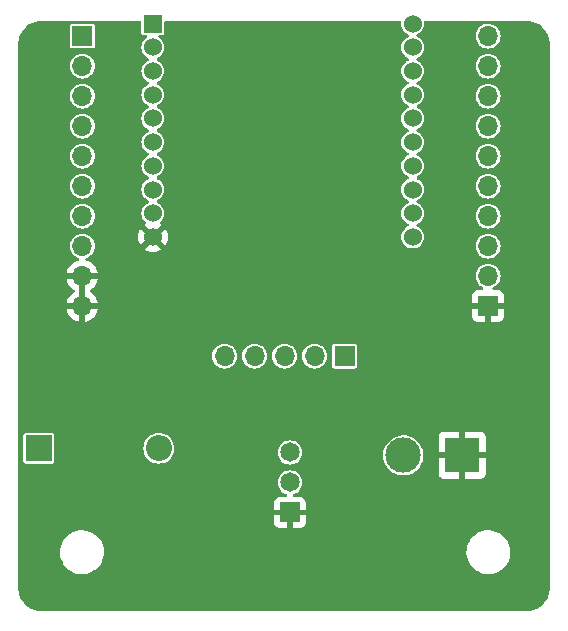
<source format=gbl>
G04 #@! TF.GenerationSoftware,KiCad,Pcbnew,7.0.8*
G04 #@! TF.CreationDate,2025-02-11T22:02:48-06:00*
G04 #@! TF.ProjectId,XBeeBreakoutBoard,58426565-4272-4656-916b-6f7574426f61,rev?*
G04 #@! TF.SameCoordinates,Original*
G04 #@! TF.FileFunction,Copper,L2,Bot*
G04 #@! TF.FilePolarity,Positive*
%FSLAX46Y46*%
G04 Gerber Fmt 4.6, Leading zero omitted, Abs format (unit mm)*
G04 Created by KiCad (PCBNEW 7.0.8) date 2025-02-11 22:02:48*
%MOMM*%
%LPD*%
G01*
G04 APERTURE LIST*
G04 #@! TA.AperFunction,ComponentPad*
%ADD10C,1.651000*%
G04 #@! TD*
G04 #@! TA.AperFunction,ComponentPad*
%ADD11R,1.651000X1.651000*%
G04 #@! TD*
G04 #@! TA.AperFunction,ComponentPad*
%ADD12R,2.200000X2.200000*%
G04 #@! TD*
G04 #@! TA.AperFunction,ComponentPad*
%ADD13O,2.200000X2.200000*%
G04 #@! TD*
G04 #@! TA.AperFunction,ComponentPad*
%ADD14R,1.700000X1.700000*%
G04 #@! TD*
G04 #@! TA.AperFunction,ComponentPad*
%ADD15O,1.700000X1.700000*%
G04 #@! TD*
G04 #@! TA.AperFunction,ComponentPad*
%ADD16R,1.530000X1.530000*%
G04 #@! TD*
G04 #@! TA.AperFunction,ComponentPad*
%ADD17C,1.530000*%
G04 #@! TD*
G04 #@! TA.AperFunction,ComponentPad*
%ADD18R,3.000000X3.000000*%
G04 #@! TD*
G04 #@! TA.AperFunction,ComponentPad*
%ADD19C,3.000000*%
G04 #@! TD*
G04 #@! TA.AperFunction,ViaPad*
%ADD20C,0.800000*%
G04 #@! TD*
G04 APERTURE END LIST*
D10*
X140000000Y-91560000D03*
X140000000Y-94100000D03*
D11*
X140000000Y-96640000D03*
D12*
X118740000Y-91200000D03*
D13*
X128900000Y-91200000D03*
D14*
X144640000Y-83400000D03*
D15*
X142100000Y-83400000D03*
X139560000Y-83400000D03*
X137020000Y-83400000D03*
X134480000Y-83400000D03*
D16*
X128400000Y-55253800D03*
D17*
X128400000Y-57260400D03*
X128400000Y-59267000D03*
X128400000Y-61273600D03*
X128400000Y-63280200D03*
X128400000Y-65286800D03*
X128400000Y-67293400D03*
X128400000Y-69300000D03*
X128400000Y-71306600D03*
X128400000Y-73313200D03*
X150396400Y-73313200D03*
X150396400Y-71306600D03*
X150396400Y-69300000D03*
X150396400Y-67293400D03*
X150396400Y-65286800D03*
X150396400Y-63280200D03*
X150396400Y-61273600D03*
X150396400Y-59267000D03*
X150396400Y-57260400D03*
X150396400Y-55253800D03*
D14*
X156775000Y-79160000D03*
D15*
X156775000Y-76620000D03*
X156775000Y-74080000D03*
X156775000Y-71540000D03*
X156775000Y-69000000D03*
X156775000Y-66460000D03*
X156775000Y-63920000D03*
X156775000Y-61380000D03*
X156775000Y-58840000D03*
X156775000Y-56300000D03*
D14*
X122425000Y-56300000D03*
D15*
X122425000Y-58840000D03*
X122425000Y-61380000D03*
X122425000Y-63920000D03*
X122425000Y-66460000D03*
X122425000Y-69000000D03*
X122425000Y-71540000D03*
X122425000Y-74080000D03*
X122425000Y-76620000D03*
X122425000Y-79160000D03*
D18*
X154600000Y-91800000D03*
D19*
X149600000Y-91800000D03*
D20*
X133058200Y-79929800D03*
X143218200Y-74849800D03*
X133058200Y-69769800D03*
X148298200Y-69769800D03*
X138138200Y-64689800D03*
X133058200Y-85009800D03*
X153378200Y-85009800D03*
X138138200Y-100249800D03*
X143218200Y-69769800D03*
X138138200Y-59609800D03*
X148298200Y-79929800D03*
X158458200Y-95169800D03*
X133058200Y-100249800D03*
X133058200Y-59609800D03*
X127978200Y-85009800D03*
X158458200Y-85009800D03*
X143218200Y-79929800D03*
X138138200Y-79929800D03*
X122898200Y-95169800D03*
X127978200Y-95169800D03*
X143218200Y-59609800D03*
X127978200Y-100249800D03*
X143218200Y-100249800D03*
X148298200Y-100249800D03*
X138138200Y-74849800D03*
X138138200Y-69769800D03*
X127978200Y-79929800D03*
X148298200Y-85009800D03*
X158458200Y-90089800D03*
X148298200Y-64689800D03*
X122898200Y-85009800D03*
X117818200Y-95169800D03*
X143218200Y-95169800D03*
X133058200Y-74849800D03*
X117818200Y-100249800D03*
X153378200Y-79929800D03*
X153378200Y-100249800D03*
X153378200Y-95169800D03*
X122898200Y-90089800D03*
X148298200Y-95169800D03*
G04 #@! TA.AperFunction,Conductor*
G36*
X122675000Y-78724498D02*
G01*
X122567315Y-78675320D01*
X122460763Y-78660000D01*
X122389237Y-78660000D01*
X122282685Y-78675320D01*
X122175000Y-78724498D01*
X122175000Y-77055501D01*
X122282685Y-77104680D01*
X122389237Y-77120000D01*
X122460763Y-77120000D01*
X122567315Y-77104680D01*
X122675000Y-77055501D01*
X122675000Y-78724498D01*
G37*
G04 #@! TD.AperFunction*
G04 #@! TA.AperFunction,Conductor*
G36*
X127377539Y-55019685D02*
G01*
X127423294Y-55072489D01*
X127434500Y-55124000D01*
X127434500Y-56038552D01*
X127446131Y-56097029D01*
X127446132Y-56097030D01*
X127490447Y-56163352D01*
X127556769Y-56207667D01*
X127556770Y-56207668D01*
X127615247Y-56219299D01*
X127615250Y-56219300D01*
X127804554Y-56219300D01*
X127871593Y-56238985D01*
X127917348Y-56291789D01*
X127927292Y-56360947D01*
X127898267Y-56424503D01*
X127866010Y-56450259D01*
X127866068Y-56450345D01*
X127865056Y-56451020D01*
X127863005Y-56452659D01*
X127861006Y-56453727D01*
X127860999Y-56453731D01*
X127713984Y-56574384D01*
X127593332Y-56721399D01*
X127503678Y-56889131D01*
X127448469Y-57071130D01*
X127429828Y-57260400D01*
X127448469Y-57449669D01*
X127448470Y-57449671D01*
X127503678Y-57631669D01*
X127593331Y-57799399D01*
X127611677Y-57821753D01*
X127713984Y-57946415D01*
X127733361Y-57962317D01*
X127861001Y-58067069D01*
X128024279Y-58154342D01*
X128074122Y-58203304D01*
X128089583Y-58271441D01*
X128065752Y-58337121D01*
X128024280Y-58373056D01*
X127873442Y-58453680D01*
X127860999Y-58460332D01*
X127713984Y-58580984D01*
X127593332Y-58727999D01*
X127503678Y-58895731D01*
X127448469Y-59077730D01*
X127429828Y-59267000D01*
X127448469Y-59456269D01*
X127448470Y-59456271D01*
X127503678Y-59638269D01*
X127593331Y-59805999D01*
X127611677Y-59828353D01*
X127713984Y-59953015D01*
X127816291Y-60036976D01*
X127861001Y-60073669D01*
X128024279Y-60160942D01*
X128074122Y-60209904D01*
X128089583Y-60278041D01*
X128065752Y-60343721D01*
X128024280Y-60379656D01*
X127873442Y-60460280D01*
X127860999Y-60466932D01*
X127713984Y-60587584D01*
X127593332Y-60734599D01*
X127503678Y-60902331D01*
X127448469Y-61084330D01*
X127429828Y-61273600D01*
X127448469Y-61462869D01*
X127448470Y-61462871D01*
X127503678Y-61644869D01*
X127593331Y-61812599D01*
X127593332Y-61812600D01*
X127713984Y-61959615D01*
X127816291Y-62043576D01*
X127861001Y-62080269D01*
X128024279Y-62167542D01*
X128074122Y-62216504D01*
X128089583Y-62284641D01*
X128065752Y-62350321D01*
X128024280Y-62386256D01*
X127873442Y-62466880D01*
X127860999Y-62473532D01*
X127713984Y-62594184D01*
X127593332Y-62741199D01*
X127503678Y-62908931D01*
X127448469Y-63090930D01*
X127429828Y-63280200D01*
X127448469Y-63469469D01*
X127448470Y-63469471D01*
X127503678Y-63651469D01*
X127593331Y-63819199D01*
X127593332Y-63819200D01*
X127713984Y-63966215D01*
X127816291Y-64050176D01*
X127861001Y-64086869D01*
X128024279Y-64174142D01*
X128074122Y-64223104D01*
X128089583Y-64291241D01*
X128065752Y-64356921D01*
X128024280Y-64392856D01*
X127873442Y-64473480D01*
X127860999Y-64480132D01*
X127713984Y-64600784D01*
X127593332Y-64747799D01*
X127503678Y-64915531D01*
X127448469Y-65097530D01*
X127429828Y-65286800D01*
X127448469Y-65476069D01*
X127448470Y-65476071D01*
X127503678Y-65658069D01*
X127593331Y-65825799D01*
X127593332Y-65825800D01*
X127713984Y-65972815D01*
X127815398Y-66056043D01*
X127861001Y-66093469D01*
X128024279Y-66180742D01*
X128074122Y-66229704D01*
X128089583Y-66297841D01*
X128065752Y-66363521D01*
X128024280Y-66399456D01*
X127873442Y-66480080D01*
X127860999Y-66486732D01*
X127713984Y-66607384D01*
X127593332Y-66754399D01*
X127503678Y-66922131D01*
X127448469Y-67104130D01*
X127429828Y-67293400D01*
X127448469Y-67482669D01*
X127479638Y-67585420D01*
X127503678Y-67664669D01*
X127593331Y-67832399D01*
X127593332Y-67832400D01*
X127713984Y-67979415D01*
X127816291Y-68063376D01*
X127861001Y-68100069D01*
X128024279Y-68187342D01*
X128074122Y-68236304D01*
X128089583Y-68304441D01*
X128065752Y-68370121D01*
X128024280Y-68406056D01*
X127873442Y-68486680D01*
X127860999Y-68493332D01*
X127713984Y-68613984D01*
X127593332Y-68760999D01*
X127503678Y-68928731D01*
X127448469Y-69110730D01*
X127429828Y-69300000D01*
X127448469Y-69489269D01*
X127448470Y-69489271D01*
X127503678Y-69671269D01*
X127593331Y-69838999D01*
X127593332Y-69839000D01*
X127713984Y-69986015D01*
X127774038Y-70035300D01*
X127861001Y-70106669D01*
X128024279Y-70193942D01*
X128074122Y-70242904D01*
X128089583Y-70311041D01*
X128065752Y-70376721D01*
X128024280Y-70412656D01*
X127890026Y-70484417D01*
X127860999Y-70499932D01*
X127713984Y-70620584D01*
X127593332Y-70767599D01*
X127503678Y-70935331D01*
X127448469Y-71117330D01*
X127429828Y-71306600D01*
X127448469Y-71495869D01*
X127448470Y-71495871D01*
X127503678Y-71677869D01*
X127593331Y-71845599D01*
X127593332Y-71845600D01*
X127713984Y-71992615D01*
X127756400Y-72027425D01*
X127795734Y-72085171D01*
X127797605Y-72155016D01*
X127761417Y-72214784D01*
X127748858Y-72224853D01*
X127699657Y-72259303D01*
X127699656Y-72259303D01*
X128258634Y-72818281D01*
X128254839Y-72818827D01*
X128121438Y-72879749D01*
X128010605Y-72975787D01*
X127931318Y-73099160D01*
X127908866Y-73175619D01*
X127346104Y-72612857D01*
X127300293Y-72678284D01*
X127206749Y-72878890D01*
X127206745Y-72878899D01*
X127149461Y-73092690D01*
X127149459Y-73092700D01*
X127130168Y-73313199D01*
X127130168Y-73313200D01*
X127149459Y-73533699D01*
X127149461Y-73533709D01*
X127206745Y-73747500D01*
X127206749Y-73747509D01*
X127300295Y-73948119D01*
X127346103Y-74013541D01*
X127346105Y-74013542D01*
X127908866Y-73450780D01*
X127931318Y-73527240D01*
X128010605Y-73650613D01*
X128121438Y-73746651D01*
X128254839Y-73807573D01*
X128258633Y-73808118D01*
X127699656Y-74367094D01*
X127765083Y-74412906D01*
X127765085Y-74412907D01*
X127965690Y-74506450D01*
X127965699Y-74506454D01*
X128179490Y-74563738D01*
X128179500Y-74563740D01*
X128399999Y-74583032D01*
X128400001Y-74583032D01*
X128620499Y-74563740D01*
X128620509Y-74563738D01*
X128834300Y-74506454D01*
X128834309Y-74506450D01*
X129034915Y-74412906D01*
X129100342Y-74367094D01*
X128541366Y-73808118D01*
X128545161Y-73807573D01*
X128678562Y-73746651D01*
X128789395Y-73650613D01*
X128868682Y-73527240D01*
X128891133Y-73450780D01*
X129453894Y-74013542D01*
X129499706Y-73948115D01*
X129593250Y-73747509D01*
X129593254Y-73747500D01*
X129650538Y-73533709D01*
X129650540Y-73533699D01*
X129669832Y-73313200D01*
X129669832Y-73313199D01*
X129650540Y-73092700D01*
X129650538Y-73092690D01*
X129593254Y-72878899D01*
X129593250Y-72878890D01*
X129499707Y-72678285D01*
X129499706Y-72678283D01*
X129453894Y-72612857D01*
X129453894Y-72612856D01*
X128891132Y-73175618D01*
X128868682Y-73099160D01*
X128789395Y-72975787D01*
X128678562Y-72879749D01*
X128545161Y-72818827D01*
X128541366Y-72818281D01*
X129100342Y-72259305D01*
X129100341Y-72259303D01*
X129051141Y-72224853D01*
X129007516Y-72170276D01*
X129000322Y-72100778D01*
X129031845Y-72038423D01*
X129043600Y-72027424D01*
X129086015Y-71992615D01*
X129206669Y-71845599D01*
X129296322Y-71677869D01*
X129351530Y-71495871D01*
X129370172Y-71306600D01*
X129351530Y-71117329D01*
X129296322Y-70935331D01*
X129206669Y-70767601D01*
X129120264Y-70662317D01*
X129086015Y-70620584D01*
X128939000Y-70499931D01*
X128938997Y-70499929D01*
X128852999Y-70453963D01*
X128775720Y-70412657D01*
X128725877Y-70363697D01*
X128710416Y-70295559D01*
X128734247Y-70229879D01*
X128775719Y-70193943D01*
X128938999Y-70106669D01*
X129086015Y-69986015D01*
X129206669Y-69838999D01*
X129296322Y-69671269D01*
X129351530Y-69489271D01*
X129370172Y-69300000D01*
X129351530Y-69110729D01*
X129296322Y-68928731D01*
X129206669Y-68761001D01*
X129169976Y-68716291D01*
X129086015Y-68613984D01*
X128939000Y-68493331D01*
X128938997Y-68493329D01*
X128852999Y-68447363D01*
X128775720Y-68406057D01*
X128725877Y-68357097D01*
X128710416Y-68288959D01*
X128734247Y-68223279D01*
X128775719Y-68187343D01*
X128938999Y-68100069D01*
X129086015Y-67979415D01*
X129206669Y-67832399D01*
X129296322Y-67664669D01*
X129351530Y-67482671D01*
X129370172Y-67293400D01*
X129351530Y-67104129D01*
X129296322Y-66922131D01*
X129206669Y-66754401D01*
X129169976Y-66709691D01*
X129086015Y-66607384D01*
X128939000Y-66486731D01*
X128938997Y-66486729D01*
X128852999Y-66440763D01*
X128775720Y-66399457D01*
X128725877Y-66350497D01*
X128710416Y-66282359D01*
X128734247Y-66216679D01*
X128775719Y-66180743D01*
X128938999Y-66093469D01*
X129086015Y-65972815D01*
X129206669Y-65825799D01*
X129296322Y-65658069D01*
X129351530Y-65476071D01*
X129370172Y-65286800D01*
X129351530Y-65097529D01*
X129296322Y-64915531D01*
X129206669Y-64747801D01*
X129139873Y-64666410D01*
X129086015Y-64600784D01*
X128939000Y-64480131D01*
X128938997Y-64480129D01*
X128852999Y-64434163D01*
X128775720Y-64392857D01*
X128725877Y-64343897D01*
X128710416Y-64275759D01*
X128734247Y-64210079D01*
X128775719Y-64174143D01*
X128938999Y-64086869D01*
X129086015Y-63966215D01*
X129206669Y-63819199D01*
X129296322Y-63651469D01*
X129351530Y-63469471D01*
X129370172Y-63280200D01*
X129351530Y-63090929D01*
X129296322Y-62908931D01*
X129206669Y-62741201D01*
X129169976Y-62696491D01*
X129086015Y-62594184D01*
X128939000Y-62473531D01*
X128938997Y-62473529D01*
X128852999Y-62427563D01*
X128775720Y-62386257D01*
X128725877Y-62337297D01*
X128710416Y-62269159D01*
X128734247Y-62203479D01*
X128775719Y-62167543D01*
X128938999Y-62080269D01*
X129086015Y-61959615D01*
X129206669Y-61812599D01*
X129296322Y-61644869D01*
X129351530Y-61462871D01*
X129370172Y-61273600D01*
X129351530Y-61084329D01*
X129296322Y-60902331D01*
X129206669Y-60734601D01*
X129123770Y-60633589D01*
X129086015Y-60587584D01*
X128939000Y-60466931D01*
X128938997Y-60466929D01*
X128822699Y-60404768D01*
X128775720Y-60379657D01*
X128725877Y-60330697D01*
X128710416Y-60262559D01*
X128734247Y-60196879D01*
X128775719Y-60160943D01*
X128938999Y-60073669D01*
X129086015Y-59953015D01*
X129206669Y-59805999D01*
X129296322Y-59638269D01*
X129351530Y-59456271D01*
X129370172Y-59267000D01*
X129351530Y-59077729D01*
X129296322Y-58895731D01*
X129206669Y-58728001D01*
X129129578Y-58634066D01*
X129086015Y-58580984D01*
X128939000Y-58460331D01*
X128938997Y-58460329D01*
X128852999Y-58414363D01*
X128775720Y-58373057D01*
X128725877Y-58324097D01*
X128710416Y-58255959D01*
X128734247Y-58190279D01*
X128775719Y-58154343D01*
X128938999Y-58067069D01*
X129086015Y-57946415D01*
X129206669Y-57799399D01*
X129296322Y-57631669D01*
X129351530Y-57449671D01*
X129370172Y-57260400D01*
X129351530Y-57071129D01*
X129296322Y-56889131D01*
X129206669Y-56721401D01*
X129169976Y-56676691D01*
X129086015Y-56574384D01*
X128939000Y-56453731D01*
X128938993Y-56453727D01*
X128936995Y-56452659D01*
X128936143Y-56451823D01*
X128933932Y-56450345D01*
X128934212Y-56449925D01*
X128887150Y-56403698D01*
X128871688Y-56335560D01*
X128895518Y-56269880D01*
X128951075Y-56227510D01*
X128995446Y-56219300D01*
X129184750Y-56219300D01*
X129184751Y-56219299D01*
X129199568Y-56216352D01*
X129243229Y-56207668D01*
X129243229Y-56207667D01*
X129243231Y-56207667D01*
X129309552Y-56163352D01*
X129353867Y-56097031D01*
X129353867Y-56097029D01*
X129353868Y-56097029D01*
X129365499Y-56038552D01*
X129365500Y-56038550D01*
X129365500Y-55124000D01*
X129385185Y-55056961D01*
X129437989Y-55011206D01*
X129489500Y-55000000D01*
X149314412Y-55000000D01*
X149381451Y-55019685D01*
X149427206Y-55072489D01*
X149437815Y-55136154D01*
X149426228Y-55253799D01*
X149426228Y-55253800D01*
X149427302Y-55264700D01*
X149444869Y-55443069D01*
X149460554Y-55494774D01*
X149500078Y-55625069D01*
X149547372Y-55713550D01*
X149589732Y-55792800D01*
X149710384Y-55939815D01*
X149812691Y-56023776D01*
X149857401Y-56060469D01*
X150020679Y-56147742D01*
X150070522Y-56196704D01*
X150085983Y-56264841D01*
X150062152Y-56330521D01*
X150020680Y-56366456D01*
X149905090Y-56428241D01*
X149857399Y-56453732D01*
X149710384Y-56574384D01*
X149589732Y-56721399D01*
X149500078Y-56889131D01*
X149444869Y-57071130D01*
X149426228Y-57260400D01*
X149444869Y-57449669D01*
X149444870Y-57449671D01*
X149500078Y-57631669D01*
X149589731Y-57799399D01*
X149608077Y-57821753D01*
X149710384Y-57946415D01*
X149729761Y-57962317D01*
X149857401Y-58067069D01*
X150020679Y-58154342D01*
X150070522Y-58203304D01*
X150085983Y-58271441D01*
X150062152Y-58337121D01*
X150020680Y-58373056D01*
X149869842Y-58453680D01*
X149857399Y-58460332D01*
X149710384Y-58580984D01*
X149589732Y-58727999D01*
X149500078Y-58895731D01*
X149444869Y-59077730D01*
X149426228Y-59267000D01*
X149444869Y-59456269D01*
X149444870Y-59456271D01*
X149500078Y-59638269D01*
X149589731Y-59805999D01*
X149608077Y-59828353D01*
X149710384Y-59953015D01*
X149812691Y-60036976D01*
X149857401Y-60073669D01*
X150020679Y-60160942D01*
X150070522Y-60209904D01*
X150085983Y-60278041D01*
X150062152Y-60343721D01*
X150020680Y-60379656D01*
X149869842Y-60460280D01*
X149857399Y-60466932D01*
X149710384Y-60587584D01*
X149589732Y-60734599D01*
X149500078Y-60902331D01*
X149444869Y-61084330D01*
X149426228Y-61273600D01*
X149444869Y-61462869D01*
X149444870Y-61462871D01*
X149500078Y-61644869D01*
X149589731Y-61812599D01*
X149589732Y-61812600D01*
X149710384Y-61959615D01*
X149812691Y-62043576D01*
X149857401Y-62080269D01*
X150020679Y-62167542D01*
X150070522Y-62216504D01*
X150085983Y-62284641D01*
X150062152Y-62350321D01*
X150020680Y-62386256D01*
X149869842Y-62466880D01*
X149857399Y-62473532D01*
X149710384Y-62594184D01*
X149589732Y-62741199D01*
X149500078Y-62908931D01*
X149444869Y-63090930D01*
X149426228Y-63280200D01*
X149444869Y-63469469D01*
X149444870Y-63469471D01*
X149500078Y-63651469D01*
X149589731Y-63819199D01*
X149589732Y-63819200D01*
X149710384Y-63966215D01*
X149812691Y-64050176D01*
X149857401Y-64086869D01*
X150020679Y-64174142D01*
X150070522Y-64223104D01*
X150085983Y-64291241D01*
X150062152Y-64356921D01*
X150020680Y-64392856D01*
X149869842Y-64473480D01*
X149857399Y-64480132D01*
X149710384Y-64600784D01*
X149589732Y-64747799D01*
X149500078Y-64915531D01*
X149444869Y-65097530D01*
X149426228Y-65286800D01*
X149444869Y-65476069D01*
X149444870Y-65476071D01*
X149500078Y-65658069D01*
X149589731Y-65825799D01*
X149589732Y-65825800D01*
X149710384Y-65972815D01*
X149811798Y-66056043D01*
X149857401Y-66093469D01*
X150020679Y-66180742D01*
X150070522Y-66229704D01*
X150085983Y-66297841D01*
X150062152Y-66363521D01*
X150020680Y-66399456D01*
X149869842Y-66480080D01*
X149857399Y-66486732D01*
X149710384Y-66607384D01*
X149589732Y-66754399D01*
X149500078Y-66922131D01*
X149444869Y-67104130D01*
X149426228Y-67293400D01*
X149444869Y-67482669D01*
X149476038Y-67585420D01*
X149500078Y-67664669D01*
X149589731Y-67832399D01*
X149589732Y-67832400D01*
X149710384Y-67979415D01*
X149812691Y-68063376D01*
X149857401Y-68100069D01*
X150020679Y-68187342D01*
X150070522Y-68236304D01*
X150085983Y-68304441D01*
X150062152Y-68370121D01*
X150020680Y-68406056D01*
X149869842Y-68486680D01*
X149857399Y-68493332D01*
X149710384Y-68613984D01*
X149589732Y-68760999D01*
X149500078Y-68928731D01*
X149444869Y-69110730D01*
X149426228Y-69300000D01*
X149444869Y-69489269D01*
X149444870Y-69489271D01*
X149500078Y-69671269D01*
X149589731Y-69838999D01*
X149589732Y-69839000D01*
X149710384Y-69986015D01*
X149770438Y-70035300D01*
X149857401Y-70106669D01*
X150020679Y-70193942D01*
X150070522Y-70242904D01*
X150085983Y-70311041D01*
X150062152Y-70376721D01*
X150020680Y-70412656D01*
X149886426Y-70484417D01*
X149857399Y-70499932D01*
X149710384Y-70620584D01*
X149589732Y-70767599D01*
X149500078Y-70935331D01*
X149444869Y-71117330D01*
X149426228Y-71306600D01*
X149444869Y-71495869D01*
X149444870Y-71495871D01*
X149500078Y-71677869D01*
X149589731Y-71845599D01*
X149589732Y-71845600D01*
X149710384Y-71992615D01*
X149812691Y-72076576D01*
X149857401Y-72113269D01*
X150020679Y-72200542D01*
X150070522Y-72249504D01*
X150085983Y-72317641D01*
X150062152Y-72383321D01*
X150020680Y-72419256D01*
X149869842Y-72499880D01*
X149857399Y-72506532D01*
X149710384Y-72627184D01*
X149589732Y-72774199D01*
X149500078Y-72941931D01*
X149444869Y-73123930D01*
X149426228Y-73313200D01*
X149444869Y-73502469D01*
X149454343Y-73533699D01*
X149500078Y-73684469D01*
X149574231Y-73823200D01*
X149589732Y-73852200D01*
X149710384Y-73999215D01*
X149727842Y-74013542D01*
X149857401Y-74119869D01*
X150025131Y-74209522D01*
X150207129Y-74264730D01*
X150207128Y-74264730D01*
X150224098Y-74266401D01*
X150396400Y-74283372D01*
X150585671Y-74264730D01*
X150767669Y-74209522D01*
X150935399Y-74119869D01*
X150983979Y-74080000D01*
X155719417Y-74080000D01*
X155739699Y-74285932D01*
X155739700Y-74285934D01*
X155799768Y-74483954D01*
X155897315Y-74666450D01*
X155897317Y-74666452D01*
X156028589Y-74826410D01*
X156125209Y-74905702D01*
X156188550Y-74957685D01*
X156371046Y-75055232D01*
X156569066Y-75115300D01*
X156569065Y-75115300D01*
X156587529Y-75117118D01*
X156775000Y-75135583D01*
X156980934Y-75115300D01*
X157178954Y-75055232D01*
X157361450Y-74957685D01*
X157521410Y-74826410D01*
X157652685Y-74666450D01*
X157750232Y-74483954D01*
X157810300Y-74285934D01*
X157830583Y-74080000D01*
X157810300Y-73874066D01*
X157750232Y-73676046D01*
X157652685Y-73493550D01*
X157564854Y-73386527D01*
X157521410Y-73333589D01*
X157361452Y-73202317D01*
X157361453Y-73202317D01*
X157361450Y-73202315D01*
X157178954Y-73104768D01*
X156980934Y-73044700D01*
X156980932Y-73044699D01*
X156980934Y-73044699D01*
X156775000Y-73024417D01*
X156569067Y-73044699D01*
X156371043Y-73104769D01*
X156260898Y-73163643D01*
X156188550Y-73202315D01*
X156188548Y-73202316D01*
X156188547Y-73202317D01*
X156028589Y-73333589D01*
X155897317Y-73493547D01*
X155897315Y-73493550D01*
X155858643Y-73565898D01*
X155799769Y-73676043D01*
X155739699Y-73874067D01*
X155719417Y-74080000D01*
X150983979Y-74080000D01*
X151082415Y-73999215D01*
X151203069Y-73852199D01*
X151292722Y-73684469D01*
X151347930Y-73502471D01*
X151366572Y-73313200D01*
X151347930Y-73123929D01*
X151292722Y-72941931D01*
X151203069Y-72774201D01*
X151124352Y-72678285D01*
X151082415Y-72627184D01*
X150935400Y-72506531D01*
X150935397Y-72506529D01*
X150849399Y-72460563D01*
X150772120Y-72419257D01*
X150722277Y-72370297D01*
X150706816Y-72302159D01*
X150730647Y-72236479D01*
X150772119Y-72200543D01*
X150935399Y-72113269D01*
X151082415Y-71992615D01*
X151203069Y-71845599D01*
X151292722Y-71677869D01*
X151334544Y-71540000D01*
X155719417Y-71540000D01*
X155739699Y-71745932D01*
X155739700Y-71745934D01*
X155799768Y-71943954D01*
X155897315Y-72126450D01*
X155897317Y-72126452D01*
X156028589Y-72286410D01*
X156120295Y-72361670D01*
X156188550Y-72417685D01*
X156371046Y-72515232D01*
X156569066Y-72575300D01*
X156569065Y-72575300D01*
X156587529Y-72577118D01*
X156775000Y-72595583D01*
X156980934Y-72575300D01*
X157178954Y-72515232D01*
X157361450Y-72417685D01*
X157521410Y-72286410D01*
X157652685Y-72126450D01*
X157750232Y-71943954D01*
X157810300Y-71745934D01*
X157830583Y-71540000D01*
X157810300Y-71334066D01*
X157750232Y-71136046D01*
X157652685Y-70953550D01*
X157600702Y-70890209D01*
X157521410Y-70793589D01*
X157361452Y-70662317D01*
X157361453Y-70662317D01*
X157361450Y-70662315D01*
X157178954Y-70564768D01*
X156980934Y-70504700D01*
X156980932Y-70504699D01*
X156980934Y-70504699D01*
X156775000Y-70484417D01*
X156569067Y-70504699D01*
X156371043Y-70564769D01*
X156266621Y-70620585D01*
X156188550Y-70662315D01*
X156188548Y-70662316D01*
X156188547Y-70662317D01*
X156028589Y-70793589D01*
X155897317Y-70953547D01*
X155799769Y-71136043D01*
X155739699Y-71334067D01*
X155719417Y-71540000D01*
X151334544Y-71540000D01*
X151347930Y-71495871D01*
X151366572Y-71306600D01*
X151347930Y-71117329D01*
X151292722Y-70935331D01*
X151203069Y-70767601D01*
X151116664Y-70662317D01*
X151082415Y-70620584D01*
X150935400Y-70499931D01*
X150935397Y-70499929D01*
X150849399Y-70453963D01*
X150772120Y-70412657D01*
X150722277Y-70363697D01*
X150706816Y-70295559D01*
X150730647Y-70229879D01*
X150772119Y-70193943D01*
X150935399Y-70106669D01*
X151082415Y-69986015D01*
X151203069Y-69838999D01*
X151292722Y-69671269D01*
X151347930Y-69489271D01*
X151366572Y-69300000D01*
X151347930Y-69110729D01*
X151314341Y-69000000D01*
X155719417Y-69000000D01*
X155739699Y-69205932D01*
X155739700Y-69205934D01*
X155799768Y-69403954D01*
X155897315Y-69586450D01*
X155897317Y-69586452D01*
X156028589Y-69746410D01*
X156125209Y-69825702D01*
X156188550Y-69877685D01*
X156371046Y-69975232D01*
X156569066Y-70035300D01*
X156569065Y-70035300D01*
X156587529Y-70037118D01*
X156775000Y-70055583D01*
X156980934Y-70035300D01*
X157178954Y-69975232D01*
X157361450Y-69877685D01*
X157521410Y-69746410D01*
X157652685Y-69586450D01*
X157750232Y-69403954D01*
X157810300Y-69205934D01*
X157830583Y-69000000D01*
X157810300Y-68794066D01*
X157750232Y-68596046D01*
X157652685Y-68413550D01*
X157563142Y-68304441D01*
X157521410Y-68253589D01*
X157361452Y-68122317D01*
X157361453Y-68122317D01*
X157361450Y-68122315D01*
X157178954Y-68024768D01*
X156980934Y-67964700D01*
X156980932Y-67964699D01*
X156980934Y-67964699D01*
X156775000Y-67944417D01*
X156569067Y-67964699D01*
X156371043Y-68024769D01*
X156260898Y-68083643D01*
X156188550Y-68122315D01*
X156188548Y-68122316D01*
X156188547Y-68122317D01*
X156028589Y-68253589D01*
X155897317Y-68413547D01*
X155799769Y-68596043D01*
X155739699Y-68794067D01*
X155719417Y-69000000D01*
X151314341Y-69000000D01*
X151292722Y-68928731D01*
X151203069Y-68761001D01*
X151166376Y-68716291D01*
X151082415Y-68613984D01*
X150935400Y-68493331D01*
X150935397Y-68493329D01*
X150849399Y-68447363D01*
X150772120Y-68406057D01*
X150722277Y-68357097D01*
X150706816Y-68288959D01*
X150730647Y-68223279D01*
X150772119Y-68187343D01*
X150935399Y-68100069D01*
X151082415Y-67979415D01*
X151203069Y-67832399D01*
X151292722Y-67664669D01*
X151347930Y-67482671D01*
X151366572Y-67293400D01*
X151347930Y-67104129D01*
X151292722Y-66922131D01*
X151203069Y-66754401D01*
X151166376Y-66709691D01*
X151082415Y-66607384D01*
X150935400Y-66486731D01*
X150935397Y-66486729D01*
X150885390Y-66460000D01*
X155719417Y-66460000D01*
X155739699Y-66665932D01*
X155739700Y-66665934D01*
X155799768Y-66863954D01*
X155897315Y-67046450D01*
X155897317Y-67046452D01*
X156028589Y-67206410D01*
X156125209Y-67285702D01*
X156188550Y-67337685D01*
X156371046Y-67435232D01*
X156569066Y-67495300D01*
X156569065Y-67495300D01*
X156587529Y-67497118D01*
X156775000Y-67515583D01*
X156980934Y-67495300D01*
X157178954Y-67435232D01*
X157361450Y-67337685D01*
X157521410Y-67206410D01*
X157652685Y-67046450D01*
X157750232Y-66863954D01*
X157810300Y-66665934D01*
X157830583Y-66460000D01*
X157810300Y-66254066D01*
X157750232Y-66056046D01*
X157652685Y-65873550D01*
X157600702Y-65810209D01*
X157521410Y-65713589D01*
X157361452Y-65582317D01*
X157361453Y-65582317D01*
X157361450Y-65582315D01*
X157178954Y-65484768D01*
X156980934Y-65424700D01*
X156980932Y-65424699D01*
X156980934Y-65424699D01*
X156775000Y-65404417D01*
X156569067Y-65424699D01*
X156371043Y-65484769D01*
X156260898Y-65543643D01*
X156188550Y-65582315D01*
X156188548Y-65582316D01*
X156188547Y-65582317D01*
X156028589Y-65713589D01*
X155897317Y-65873547D01*
X155799769Y-66056043D01*
X155739699Y-66254067D01*
X155719417Y-66460000D01*
X150885390Y-66460000D01*
X150849399Y-66440763D01*
X150772120Y-66399457D01*
X150722277Y-66350497D01*
X150706816Y-66282359D01*
X150730647Y-66216679D01*
X150772119Y-66180743D01*
X150935399Y-66093469D01*
X151082415Y-65972815D01*
X151203069Y-65825799D01*
X151292722Y-65658069D01*
X151347930Y-65476071D01*
X151366572Y-65286800D01*
X151347930Y-65097529D01*
X151292722Y-64915531D01*
X151203069Y-64747801D01*
X151136273Y-64666410D01*
X151082415Y-64600784D01*
X150935400Y-64480131D01*
X150935397Y-64480129D01*
X150849399Y-64434163D01*
X150772120Y-64392857D01*
X150722277Y-64343897D01*
X150706816Y-64275759D01*
X150730647Y-64210079D01*
X150772119Y-64174143D01*
X150935399Y-64086869D01*
X151082415Y-63966215D01*
X151120343Y-63920000D01*
X155719417Y-63920000D01*
X155739699Y-64125932D01*
X155765225Y-64210079D01*
X155799768Y-64323954D01*
X155897315Y-64506450D01*
X155897317Y-64506452D01*
X156028589Y-64666410D01*
X156125209Y-64745702D01*
X156188550Y-64797685D01*
X156371046Y-64895232D01*
X156569066Y-64955300D01*
X156569065Y-64955300D01*
X156587529Y-64957118D01*
X156775000Y-64975583D01*
X156980934Y-64955300D01*
X157178954Y-64895232D01*
X157361450Y-64797685D01*
X157521410Y-64666410D01*
X157652685Y-64506450D01*
X157750232Y-64323954D01*
X157810300Y-64125934D01*
X157830583Y-63920000D01*
X157810300Y-63714066D01*
X157750232Y-63516046D01*
X157652685Y-63333550D01*
X157600702Y-63270209D01*
X157521410Y-63173589D01*
X157361452Y-63042317D01*
X157361453Y-63042317D01*
X157361450Y-63042315D01*
X157178954Y-62944768D01*
X156980934Y-62884700D01*
X156980932Y-62884699D01*
X156980934Y-62884699D01*
X156775000Y-62864417D01*
X156569067Y-62884699D01*
X156371043Y-62944769D01*
X156260898Y-63003643D01*
X156188550Y-63042315D01*
X156188548Y-63042316D01*
X156188547Y-63042317D01*
X156028589Y-63173589D01*
X155897317Y-63333547D01*
X155799769Y-63516043D01*
X155739699Y-63714067D01*
X155719417Y-63920000D01*
X151120343Y-63920000D01*
X151203069Y-63819199D01*
X151292722Y-63651469D01*
X151347930Y-63469471D01*
X151366572Y-63280200D01*
X151347930Y-63090929D01*
X151292722Y-62908931D01*
X151203069Y-62741201D01*
X151166376Y-62696491D01*
X151082415Y-62594184D01*
X150935400Y-62473531D01*
X150935397Y-62473529D01*
X150849399Y-62427563D01*
X150772120Y-62386257D01*
X150722277Y-62337297D01*
X150706816Y-62269159D01*
X150730647Y-62203479D01*
X150772119Y-62167543D01*
X150935399Y-62080269D01*
X151082415Y-61959615D01*
X151203069Y-61812599D01*
X151292722Y-61644869D01*
X151347930Y-61462871D01*
X151356092Y-61380000D01*
X155719417Y-61380000D01*
X155739699Y-61585932D01*
X155769734Y-61684944D01*
X155799768Y-61783954D01*
X155897315Y-61966450D01*
X155897317Y-61966452D01*
X156028589Y-62126410D01*
X156122499Y-62203479D01*
X156188550Y-62257685D01*
X156371046Y-62355232D01*
X156569066Y-62415300D01*
X156569065Y-62415300D01*
X156587529Y-62417118D01*
X156775000Y-62435583D01*
X156980934Y-62415300D01*
X157178954Y-62355232D01*
X157361450Y-62257685D01*
X157521410Y-62126410D01*
X157652685Y-61966450D01*
X157750232Y-61783954D01*
X157810300Y-61585934D01*
X157830583Y-61380000D01*
X157810300Y-61174066D01*
X157750232Y-60976046D01*
X157652685Y-60793550D01*
X157600702Y-60730209D01*
X157521410Y-60633589D01*
X157361452Y-60502317D01*
X157361453Y-60502317D01*
X157361450Y-60502315D01*
X157178954Y-60404768D01*
X156980934Y-60344700D01*
X156980932Y-60344699D01*
X156980934Y-60344699D01*
X156775000Y-60324417D01*
X156569067Y-60344699D01*
X156371043Y-60404769D01*
X156260898Y-60463643D01*
X156188550Y-60502315D01*
X156188548Y-60502316D01*
X156188547Y-60502317D01*
X156028589Y-60633589D01*
X155897317Y-60793547D01*
X155799769Y-60976043D01*
X155739699Y-61174067D01*
X155719417Y-61380000D01*
X151356092Y-61380000D01*
X151366572Y-61273600D01*
X151347930Y-61084329D01*
X151292722Y-60902331D01*
X151203069Y-60734601D01*
X151120170Y-60633589D01*
X151082415Y-60587584D01*
X150935400Y-60466931D01*
X150935397Y-60466929D01*
X150819099Y-60404768D01*
X150772120Y-60379657D01*
X150722277Y-60330697D01*
X150706816Y-60262559D01*
X150730647Y-60196879D01*
X150772119Y-60160943D01*
X150935399Y-60073669D01*
X151082415Y-59953015D01*
X151203069Y-59805999D01*
X151292722Y-59638269D01*
X151347930Y-59456271D01*
X151366572Y-59267000D01*
X151347930Y-59077729D01*
X151292722Y-58895731D01*
X151262933Y-58840000D01*
X155719417Y-58840000D01*
X155739699Y-59045932D01*
X155739700Y-59045934D01*
X155799768Y-59243954D01*
X155897315Y-59426450D01*
X155897317Y-59426452D01*
X156028589Y-59586410D01*
X156125209Y-59665702D01*
X156188550Y-59717685D01*
X156371046Y-59815232D01*
X156569066Y-59875300D01*
X156569065Y-59875300D01*
X156587529Y-59877118D01*
X156775000Y-59895583D01*
X156980934Y-59875300D01*
X157178954Y-59815232D01*
X157361450Y-59717685D01*
X157521410Y-59586410D01*
X157652685Y-59426450D01*
X157750232Y-59243954D01*
X157810300Y-59045934D01*
X157830583Y-58840000D01*
X157810300Y-58634066D01*
X157750232Y-58436046D01*
X157652685Y-58253550D01*
X157571267Y-58154341D01*
X157521410Y-58093589D01*
X157361452Y-57962317D01*
X157361453Y-57962317D01*
X157361450Y-57962315D01*
X157178954Y-57864768D01*
X156980934Y-57804700D01*
X156980932Y-57804699D01*
X156980934Y-57804699D01*
X156775000Y-57784417D01*
X156569067Y-57804699D01*
X156371043Y-57864769D01*
X156260898Y-57923643D01*
X156188550Y-57962315D01*
X156188548Y-57962316D01*
X156188547Y-57962317D01*
X156028589Y-58093589D01*
X155931471Y-58211930D01*
X155897315Y-58253550D01*
X155887752Y-58271441D01*
X155799769Y-58436043D01*
X155739699Y-58634067D01*
X155719417Y-58840000D01*
X151262933Y-58840000D01*
X151203069Y-58728001D01*
X151125978Y-58634066D01*
X151082415Y-58580984D01*
X150935400Y-58460331D01*
X150935397Y-58460329D01*
X150849399Y-58414363D01*
X150772120Y-58373057D01*
X150722277Y-58324097D01*
X150706816Y-58255959D01*
X150730647Y-58190279D01*
X150772119Y-58154343D01*
X150935399Y-58067069D01*
X151082415Y-57946415D01*
X151203069Y-57799399D01*
X151292722Y-57631669D01*
X151347930Y-57449671D01*
X151366572Y-57260400D01*
X151347930Y-57071129D01*
X151292722Y-56889131D01*
X151203069Y-56721401D01*
X151166376Y-56676691D01*
X151082415Y-56574384D01*
X150935400Y-56453731D01*
X150935397Y-56453729D01*
X150841793Y-56403698D01*
X150772120Y-56366457D01*
X150722277Y-56317497D01*
X150718307Y-56300000D01*
X155719417Y-56300000D01*
X155739699Y-56505932D01*
X155739700Y-56505934D01*
X155799768Y-56703954D01*
X155897315Y-56886450D01*
X155931969Y-56928677D01*
X156028589Y-57046410D01*
X156125209Y-57125702D01*
X156188550Y-57177685D01*
X156371046Y-57275232D01*
X156569066Y-57335300D01*
X156569065Y-57335300D01*
X156587529Y-57337118D01*
X156775000Y-57355583D01*
X156980934Y-57335300D01*
X157178954Y-57275232D01*
X157361450Y-57177685D01*
X157521410Y-57046410D01*
X157652685Y-56886450D01*
X157750232Y-56703954D01*
X157810300Y-56505934D01*
X157830583Y-56300000D01*
X157810300Y-56094066D01*
X157750232Y-55896046D01*
X157652685Y-55713550D01*
X157580070Y-55625068D01*
X157521410Y-55553589D01*
X157371121Y-55430252D01*
X157361450Y-55422315D01*
X157178954Y-55324768D01*
X156980934Y-55264700D01*
X156980932Y-55264699D01*
X156980934Y-55264699D01*
X156805317Y-55247403D01*
X156777840Y-55236308D01*
X156767464Y-55242977D01*
X156744683Y-55247403D01*
X156569067Y-55264699D01*
X156434736Y-55305448D01*
X156377541Y-55322798D01*
X156371043Y-55324769D01*
X156283114Y-55371769D01*
X156188550Y-55422315D01*
X156188548Y-55422316D01*
X156188547Y-55422317D01*
X156028589Y-55553589D01*
X155897317Y-55713547D01*
X155799769Y-55896043D01*
X155739699Y-56094067D01*
X155719417Y-56300000D01*
X150718307Y-56300000D01*
X150706816Y-56249359D01*
X150730647Y-56183679D01*
X150772119Y-56147743D01*
X150935399Y-56060469D01*
X151082415Y-55939815D01*
X151203069Y-55792799D01*
X151292722Y-55625069D01*
X151347930Y-55443071D01*
X151366572Y-55253800D01*
X151354985Y-55136154D01*
X151368004Y-55067508D01*
X151416069Y-55016798D01*
X151478388Y-55000000D01*
X156732529Y-55000000D01*
X156774518Y-55012329D01*
X156794366Y-55002172D01*
X156817471Y-55000000D01*
X159997786Y-55000000D01*
X160002208Y-55000157D01*
X160275790Y-55019724D01*
X160293291Y-55022241D01*
X160554803Y-55079129D01*
X160571762Y-55084108D01*
X160822524Y-55177638D01*
X160838616Y-55184987D01*
X161073501Y-55313244D01*
X161088375Y-55322802D01*
X161302624Y-55483188D01*
X161315994Y-55494774D01*
X161505225Y-55684005D01*
X161516811Y-55697375D01*
X161677193Y-55911619D01*
X161686758Y-55926503D01*
X161815011Y-56161382D01*
X161822361Y-56177475D01*
X161915888Y-56428229D01*
X161920872Y-56445205D01*
X161977757Y-56706702D01*
X161980275Y-56724214D01*
X161999842Y-56997789D01*
X162000000Y-57002213D01*
X162000000Y-102997786D01*
X161999842Y-103002210D01*
X161980275Y-103275785D01*
X161977757Y-103293297D01*
X161920872Y-103554794D01*
X161915888Y-103571770D01*
X161822361Y-103822524D01*
X161815011Y-103838617D01*
X161686758Y-104073496D01*
X161677193Y-104088380D01*
X161516811Y-104302624D01*
X161505225Y-104315994D01*
X161315994Y-104505225D01*
X161302624Y-104516811D01*
X161088380Y-104677193D01*
X161073496Y-104686758D01*
X160838617Y-104815011D01*
X160822524Y-104822361D01*
X160571770Y-104915888D01*
X160554794Y-104920872D01*
X160293297Y-104977757D01*
X160275785Y-104980275D01*
X160027448Y-104998036D01*
X160002208Y-104999842D01*
X159997786Y-105000000D01*
X119002214Y-105000000D01*
X118997791Y-104999842D01*
X118969503Y-104997818D01*
X118724214Y-104980275D01*
X118706702Y-104977757D01*
X118445205Y-104920872D01*
X118428229Y-104915888D01*
X118177475Y-104822361D01*
X118161382Y-104815011D01*
X117926503Y-104686758D01*
X117911619Y-104677193D01*
X117697375Y-104516811D01*
X117684005Y-104505225D01*
X117494774Y-104315994D01*
X117483188Y-104302624D01*
X117322802Y-104088375D01*
X117313244Y-104073501D01*
X117184987Y-103838616D01*
X117177638Y-103822524D01*
X117084108Y-103571762D01*
X117079129Y-103554803D01*
X117022241Y-103293291D01*
X117019724Y-103275785D01*
X117000158Y-103002210D01*
X117000000Y-102997786D01*
X117000000Y-100067763D01*
X120545787Y-100067763D01*
X120575413Y-100337013D01*
X120575415Y-100337024D01*
X120643926Y-100599082D01*
X120643928Y-100599088D01*
X120749870Y-100848390D01*
X120821998Y-100966575D01*
X120890979Y-101079605D01*
X120890986Y-101079615D01*
X121064253Y-101287819D01*
X121064259Y-101287824D01*
X121265998Y-101468582D01*
X121491910Y-101618044D01*
X121737176Y-101733020D01*
X121737183Y-101733022D01*
X121737185Y-101733023D01*
X121996557Y-101811057D01*
X121996564Y-101811058D01*
X121996569Y-101811060D01*
X122264561Y-101850500D01*
X122264566Y-101850500D01*
X122467636Y-101850500D01*
X122519133Y-101846730D01*
X122670156Y-101835677D01*
X122782758Y-101810593D01*
X122934546Y-101776782D01*
X122934548Y-101776781D01*
X122934553Y-101776780D01*
X123187558Y-101680014D01*
X123423777Y-101547441D01*
X123638177Y-101381888D01*
X123826186Y-101186881D01*
X123983799Y-100966579D01*
X124057787Y-100822669D01*
X124107649Y-100725690D01*
X124107651Y-100725684D01*
X124107656Y-100725675D01*
X124195118Y-100469305D01*
X124244319Y-100202933D01*
X124249259Y-100067763D01*
X154945787Y-100067763D01*
X154975413Y-100337013D01*
X154975415Y-100337024D01*
X155043926Y-100599082D01*
X155043928Y-100599088D01*
X155149870Y-100848390D01*
X155221998Y-100966575D01*
X155290979Y-101079605D01*
X155290986Y-101079615D01*
X155464253Y-101287819D01*
X155464259Y-101287824D01*
X155665998Y-101468582D01*
X155891910Y-101618044D01*
X156137176Y-101733020D01*
X156137183Y-101733022D01*
X156137185Y-101733023D01*
X156396557Y-101811057D01*
X156396564Y-101811058D01*
X156396569Y-101811060D01*
X156664561Y-101850500D01*
X156664566Y-101850500D01*
X156867636Y-101850500D01*
X156919133Y-101846730D01*
X157070156Y-101835677D01*
X157182758Y-101810593D01*
X157334546Y-101776782D01*
X157334548Y-101776781D01*
X157334553Y-101776780D01*
X157587558Y-101680014D01*
X157823777Y-101547441D01*
X158038177Y-101381888D01*
X158226186Y-101186881D01*
X158383799Y-100966579D01*
X158457787Y-100822669D01*
X158507649Y-100725690D01*
X158507651Y-100725684D01*
X158507656Y-100725675D01*
X158595118Y-100469305D01*
X158644319Y-100202933D01*
X158654212Y-99932235D01*
X158624586Y-99662982D01*
X158556072Y-99400912D01*
X158450130Y-99151610D01*
X158309018Y-98920390D01*
X158219747Y-98813119D01*
X158135746Y-98712180D01*
X158135740Y-98712175D01*
X157934002Y-98531418D01*
X157708092Y-98381957D01*
X157708090Y-98381956D01*
X157462824Y-98266980D01*
X157462819Y-98266978D01*
X157462814Y-98266976D01*
X157203442Y-98188942D01*
X157203428Y-98188939D01*
X157087791Y-98171921D01*
X156935439Y-98149500D01*
X156732369Y-98149500D01*
X156732364Y-98149500D01*
X156529844Y-98164323D01*
X156529831Y-98164325D01*
X156265453Y-98223217D01*
X156265446Y-98223220D01*
X156012439Y-98319987D01*
X155776226Y-98452557D01*
X155561822Y-98618112D01*
X155373822Y-98813109D01*
X155373816Y-98813116D01*
X155216202Y-99033419D01*
X155216199Y-99033424D01*
X155092350Y-99274309D01*
X155092343Y-99274327D01*
X155004884Y-99530685D01*
X155004881Y-99530699D01*
X154955681Y-99797068D01*
X154955680Y-99797075D01*
X154945787Y-100067763D01*
X124249259Y-100067763D01*
X124254212Y-99932235D01*
X124224586Y-99662982D01*
X124156072Y-99400912D01*
X124050130Y-99151610D01*
X123909018Y-98920390D01*
X123819747Y-98813119D01*
X123735746Y-98712180D01*
X123735740Y-98712175D01*
X123534002Y-98531418D01*
X123308092Y-98381957D01*
X123308090Y-98381956D01*
X123062824Y-98266980D01*
X123062819Y-98266978D01*
X123062814Y-98266976D01*
X122803442Y-98188942D01*
X122803428Y-98188939D01*
X122687791Y-98171921D01*
X122535439Y-98149500D01*
X122332369Y-98149500D01*
X122332364Y-98149500D01*
X122129844Y-98164323D01*
X122129831Y-98164325D01*
X121865453Y-98223217D01*
X121865446Y-98223220D01*
X121612439Y-98319987D01*
X121376226Y-98452557D01*
X121161822Y-98618112D01*
X120973822Y-98813109D01*
X120973816Y-98813116D01*
X120816202Y-99033419D01*
X120816199Y-99033424D01*
X120692350Y-99274309D01*
X120692343Y-99274327D01*
X120604884Y-99530685D01*
X120604881Y-99530699D01*
X120555681Y-99797068D01*
X120555680Y-99797075D01*
X120545787Y-100067763D01*
X117000000Y-100067763D01*
X117000000Y-97513344D01*
X138674500Y-97513344D01*
X138680901Y-97572872D01*
X138680903Y-97572879D01*
X138731145Y-97707586D01*
X138731149Y-97707593D01*
X138817309Y-97822687D01*
X138817312Y-97822690D01*
X138932406Y-97908850D01*
X138932413Y-97908854D01*
X139067120Y-97959096D01*
X139067127Y-97959098D01*
X139126655Y-97965499D01*
X139126672Y-97965500D01*
X139750000Y-97965500D01*
X139750000Y-97155033D01*
X139850809Y-97196790D01*
X139962545Y-97211500D01*
X140037455Y-97211500D01*
X140149191Y-97196790D01*
X140250000Y-97155033D01*
X140250000Y-97965500D01*
X140873328Y-97965500D01*
X140873344Y-97965499D01*
X140932872Y-97959098D01*
X140932879Y-97959096D01*
X141067586Y-97908854D01*
X141067593Y-97908850D01*
X141182687Y-97822690D01*
X141182690Y-97822687D01*
X141268850Y-97707593D01*
X141268854Y-97707586D01*
X141319096Y-97572879D01*
X141319098Y-97572872D01*
X141325499Y-97513344D01*
X141325500Y-97513327D01*
X141325500Y-96890000D01*
X140515034Y-96890000D01*
X140556790Y-96789191D01*
X140576431Y-96640000D01*
X140556790Y-96490809D01*
X140515033Y-96390000D01*
X141325500Y-96390000D01*
X141325500Y-95766672D01*
X141325499Y-95766655D01*
X141319098Y-95707127D01*
X141319096Y-95707120D01*
X141268854Y-95572413D01*
X141268850Y-95572406D01*
X141182690Y-95457312D01*
X141182687Y-95457309D01*
X141067593Y-95371149D01*
X141067586Y-95371145D01*
X140932879Y-95320903D01*
X140932872Y-95320901D01*
X140873344Y-95314500D01*
X140366730Y-95314500D01*
X140299691Y-95294815D01*
X140253936Y-95242011D01*
X140243992Y-95172853D01*
X140273017Y-95109297D01*
X140330733Y-95071840D01*
X140394533Y-95052487D01*
X140438345Y-95029068D01*
X140572767Y-94957219D01*
X140572769Y-94957216D01*
X140572773Y-94957215D01*
X140729002Y-94829002D01*
X140857215Y-94672773D01*
X140857216Y-94672769D01*
X140857219Y-94672767D01*
X140952483Y-94494540D01*
X140952487Y-94494533D01*
X141011154Y-94301131D01*
X141030964Y-94100000D01*
X141011154Y-93898869D01*
X140952487Y-93705467D01*
X140952483Y-93705459D01*
X140857219Y-93527232D01*
X140857214Y-93527226D01*
X140729002Y-93370997D01*
X140572773Y-93242785D01*
X140572767Y-93242780D01*
X140394540Y-93147516D01*
X140394537Y-93147515D01*
X140394536Y-93147514D01*
X140394533Y-93147513D01*
X140201131Y-93088846D01*
X140201129Y-93088845D01*
X140201131Y-93088845D01*
X140000000Y-93069036D01*
X139798870Y-93088845D01*
X139684679Y-93123484D01*
X139605467Y-93147513D01*
X139605464Y-93147514D01*
X139605462Y-93147515D01*
X139605459Y-93147516D01*
X139427232Y-93242780D01*
X139427226Y-93242785D01*
X139270997Y-93370997D01*
X139142785Y-93527226D01*
X139142780Y-93527232D01*
X139047516Y-93705459D01*
X139047515Y-93705462D01*
X139047514Y-93705464D01*
X139047513Y-93705467D01*
X139023484Y-93784679D01*
X138988845Y-93898870D01*
X138969036Y-94100000D01*
X138988845Y-94301129D01*
X138988846Y-94301131D01*
X139047513Y-94494533D01*
X139047514Y-94494536D01*
X139047515Y-94494537D01*
X139047516Y-94494540D01*
X139142780Y-94672767D01*
X139142785Y-94672773D01*
X139270997Y-94829002D01*
X139427226Y-94957214D01*
X139427232Y-94957219D01*
X139605459Y-95052483D01*
X139605460Y-95052483D01*
X139605467Y-95052487D01*
X139669266Y-95071840D01*
X139727704Y-95110137D01*
X139756160Y-95173949D01*
X139745600Y-95243016D01*
X139699376Y-95295409D01*
X139633270Y-95314500D01*
X139126655Y-95314500D01*
X139067127Y-95320901D01*
X139067120Y-95320903D01*
X138932413Y-95371145D01*
X138932406Y-95371149D01*
X138817312Y-95457309D01*
X138817309Y-95457312D01*
X138731149Y-95572406D01*
X138731145Y-95572413D01*
X138680903Y-95707120D01*
X138680901Y-95707127D01*
X138674500Y-95766655D01*
X138674500Y-96390000D01*
X139484966Y-96390000D01*
X139443210Y-96490809D01*
X139423569Y-96640000D01*
X139443210Y-96789191D01*
X139484967Y-96890000D01*
X138674500Y-96890000D01*
X138674500Y-97513344D01*
X117000000Y-97513344D01*
X117000000Y-92319752D01*
X117439500Y-92319752D01*
X117451131Y-92378229D01*
X117451132Y-92378230D01*
X117495447Y-92444552D01*
X117561769Y-92488867D01*
X117561770Y-92488868D01*
X117620247Y-92500499D01*
X117620250Y-92500500D01*
X117620252Y-92500500D01*
X119859750Y-92500500D01*
X119859751Y-92500499D01*
X119874568Y-92497552D01*
X119918229Y-92488868D01*
X119918229Y-92488867D01*
X119918231Y-92488867D01*
X119984552Y-92444552D01*
X120028867Y-92378231D01*
X120028867Y-92378229D01*
X120028868Y-92378229D01*
X120040499Y-92319752D01*
X120040500Y-92319750D01*
X120040500Y-91200001D01*
X127594532Y-91200001D01*
X127614364Y-91426686D01*
X127614366Y-91426697D01*
X127673258Y-91646488D01*
X127673261Y-91646497D01*
X127769431Y-91852732D01*
X127769432Y-91852734D01*
X127899954Y-92039141D01*
X128060858Y-92200045D01*
X128060861Y-92200047D01*
X128247266Y-92330568D01*
X128453504Y-92426739D01*
X128673308Y-92485635D01*
X128835230Y-92499801D01*
X128899998Y-92505468D01*
X128900000Y-92505468D01*
X128900002Y-92505468D01*
X128956796Y-92500499D01*
X129126692Y-92485635D01*
X129346496Y-92426739D01*
X129552734Y-92330568D01*
X129739139Y-92200047D01*
X129900047Y-92039139D01*
X130030568Y-91852734D01*
X130126739Y-91646496D01*
X130149915Y-91560000D01*
X138969036Y-91560000D01*
X138988845Y-91761129D01*
X139000638Y-91800004D01*
X139047513Y-91954533D01*
X139047514Y-91954536D01*
X139047515Y-91954537D01*
X139047516Y-91954540D01*
X139142780Y-92132767D01*
X139142785Y-92132773D01*
X139270997Y-92289002D01*
X139427226Y-92417214D01*
X139427232Y-92417219D01*
X139605459Y-92512483D01*
X139605460Y-92512483D01*
X139605467Y-92512487D01*
X139798869Y-92571154D01*
X139798868Y-92571154D01*
X139816901Y-92572930D01*
X140000000Y-92590964D01*
X140201131Y-92571154D01*
X140394533Y-92512487D01*
X140444773Y-92485633D01*
X140572767Y-92417219D01*
X140572769Y-92417216D01*
X140572773Y-92417215D01*
X140729002Y-92289002D01*
X140857215Y-92132773D01*
X140857216Y-92132769D01*
X140857219Y-92132767D01*
X140952483Y-91954540D01*
X140952487Y-91954533D01*
X140999362Y-91800004D01*
X147894732Y-91800004D01*
X147913777Y-92054154D01*
X147967379Y-92289002D01*
X147970492Y-92302637D01*
X148063607Y-92539888D01*
X148191041Y-92760612D01*
X148349950Y-92959877D01*
X148536783Y-93133232D01*
X148747366Y-93276805D01*
X148747371Y-93276807D01*
X148747372Y-93276808D01*
X148747373Y-93276809D01*
X148869328Y-93335538D01*
X148976992Y-93387387D01*
X148976993Y-93387387D01*
X148976996Y-93387389D01*
X149220542Y-93462513D01*
X149472565Y-93500500D01*
X149727435Y-93500500D01*
X149979458Y-93462513D01*
X150223004Y-93387389D01*
X150305120Y-93347844D01*
X152600000Y-93347844D01*
X152606401Y-93407372D01*
X152606403Y-93407379D01*
X152656645Y-93542086D01*
X152656649Y-93542093D01*
X152742809Y-93657187D01*
X152742812Y-93657190D01*
X152857906Y-93743350D01*
X152857913Y-93743354D01*
X152992620Y-93793596D01*
X152992627Y-93793598D01*
X153052155Y-93799999D01*
X153052172Y-93800000D01*
X154350000Y-93800000D01*
X154350000Y-92665085D01*
X154411849Y-92685182D01*
X154552836Y-92700000D01*
X154647164Y-92700000D01*
X154788151Y-92685182D01*
X154850000Y-92665085D01*
X154850000Y-93800000D01*
X156147828Y-93800000D01*
X156147844Y-93799999D01*
X156207372Y-93793598D01*
X156207379Y-93793596D01*
X156342086Y-93743354D01*
X156342093Y-93743350D01*
X156457187Y-93657190D01*
X156457190Y-93657187D01*
X156543350Y-93542093D01*
X156543354Y-93542086D01*
X156593596Y-93407379D01*
X156593598Y-93407372D01*
X156599999Y-93347844D01*
X156600000Y-93347827D01*
X156600000Y-92050000D01*
X155466967Y-92050000D01*
X155500000Y-91894594D01*
X155500000Y-91705406D01*
X155466967Y-91550000D01*
X156600000Y-91550000D01*
X156600000Y-90252172D01*
X156599999Y-90252155D01*
X156593598Y-90192627D01*
X156593596Y-90192620D01*
X156543354Y-90057913D01*
X156543350Y-90057906D01*
X156457190Y-89942812D01*
X156457187Y-89942809D01*
X156342093Y-89856649D01*
X156342086Y-89856645D01*
X156207379Y-89806403D01*
X156207372Y-89806401D01*
X156147844Y-89800000D01*
X154850000Y-89800000D01*
X154850000Y-90934914D01*
X154788151Y-90914818D01*
X154647164Y-90900000D01*
X154552836Y-90900000D01*
X154411849Y-90914818D01*
X154350000Y-90934914D01*
X154350000Y-89800000D01*
X153052155Y-89800000D01*
X152992627Y-89806401D01*
X152992620Y-89806403D01*
X152857913Y-89856645D01*
X152857906Y-89856649D01*
X152742812Y-89942809D01*
X152742809Y-89942812D01*
X152656649Y-90057906D01*
X152656645Y-90057913D01*
X152606403Y-90192620D01*
X152606401Y-90192627D01*
X152600000Y-90252155D01*
X152600000Y-91550000D01*
X153733033Y-91550000D01*
X153700000Y-91705406D01*
X153700000Y-91894594D01*
X153733033Y-92050000D01*
X152600000Y-92050000D01*
X152600000Y-93347844D01*
X150305120Y-93347844D01*
X150452634Y-93276805D01*
X150663217Y-93133232D01*
X150850050Y-92959877D01*
X151008959Y-92760612D01*
X151136393Y-92539888D01*
X151229508Y-92302637D01*
X151286222Y-92054157D01*
X151301316Y-91852734D01*
X151305268Y-91800004D01*
X151305268Y-91799995D01*
X151287283Y-91560000D01*
X151286222Y-91545843D01*
X151229508Y-91297363D01*
X151136393Y-91060112D01*
X151008959Y-90839388D01*
X150850050Y-90640123D01*
X150663217Y-90466768D01*
X150452634Y-90323195D01*
X150452630Y-90323193D01*
X150452627Y-90323191D01*
X150452626Y-90323190D01*
X150223006Y-90212612D01*
X150223008Y-90212612D01*
X149979466Y-90137489D01*
X149979462Y-90137488D01*
X149979458Y-90137487D01*
X149858231Y-90119214D01*
X149727440Y-90099500D01*
X149727435Y-90099500D01*
X149472565Y-90099500D01*
X149472559Y-90099500D01*
X149315609Y-90123157D01*
X149220542Y-90137487D01*
X149220539Y-90137488D01*
X149220533Y-90137489D01*
X148976992Y-90212612D01*
X148747373Y-90323190D01*
X148747372Y-90323191D01*
X148536782Y-90466768D01*
X148349952Y-90640121D01*
X148349950Y-90640123D01*
X148191041Y-90839388D01*
X148063608Y-91060109D01*
X147970492Y-91297362D01*
X147970490Y-91297369D01*
X147913777Y-91545845D01*
X147894732Y-91799995D01*
X147894732Y-91800004D01*
X140999362Y-91800004D01*
X141011154Y-91761131D01*
X141030964Y-91560000D01*
X141011154Y-91358869D01*
X140952487Y-91165467D01*
X140952483Y-91165459D01*
X140857219Y-90987232D01*
X140857214Y-90987226D01*
X140729002Y-90830997D01*
X140572773Y-90702785D01*
X140572767Y-90702780D01*
X140394540Y-90607516D01*
X140394537Y-90607515D01*
X140394536Y-90607514D01*
X140394533Y-90607513D01*
X140201131Y-90548846D01*
X140201129Y-90548845D01*
X140201131Y-90548845D01*
X140000000Y-90529036D01*
X139798870Y-90548845D01*
X139684679Y-90583484D01*
X139605467Y-90607513D01*
X139605464Y-90607514D01*
X139605462Y-90607515D01*
X139605459Y-90607516D01*
X139427232Y-90702780D01*
X139427226Y-90702785D01*
X139270997Y-90830997D01*
X139142785Y-90987226D01*
X139142780Y-90987232D01*
X139047516Y-91165459D01*
X139047515Y-91165462D01*
X139047514Y-91165464D01*
X139047513Y-91165467D01*
X139023484Y-91244679D01*
X138988845Y-91358870D01*
X138969036Y-91560000D01*
X130149915Y-91560000D01*
X130185635Y-91426692D01*
X130205468Y-91200000D01*
X130185635Y-90973308D01*
X130126739Y-90753504D01*
X130030568Y-90547266D01*
X129900047Y-90360861D01*
X129900045Y-90360858D01*
X129739141Y-90199954D01*
X129552734Y-90069432D01*
X129552732Y-90069431D01*
X129346497Y-89973261D01*
X129346488Y-89973258D01*
X129126697Y-89914366D01*
X129126693Y-89914365D01*
X129126692Y-89914365D01*
X129126691Y-89914364D01*
X129126686Y-89914364D01*
X128900002Y-89894532D01*
X128899998Y-89894532D01*
X128673313Y-89914364D01*
X128673302Y-89914366D01*
X128453511Y-89973258D01*
X128453502Y-89973261D01*
X128247267Y-90069431D01*
X128247265Y-90069432D01*
X128060858Y-90199954D01*
X127899954Y-90360858D01*
X127769432Y-90547265D01*
X127769431Y-90547267D01*
X127673261Y-90753502D01*
X127673258Y-90753511D01*
X127614366Y-90973302D01*
X127614364Y-90973313D01*
X127594532Y-91199998D01*
X127594532Y-91200001D01*
X120040500Y-91200001D01*
X120040500Y-90080249D01*
X120040499Y-90080247D01*
X120028868Y-90021770D01*
X120028867Y-90021769D01*
X119984552Y-89955447D01*
X119918230Y-89911132D01*
X119918229Y-89911131D01*
X119859752Y-89899500D01*
X119859748Y-89899500D01*
X117620252Y-89899500D01*
X117620247Y-89899500D01*
X117561770Y-89911131D01*
X117561769Y-89911132D01*
X117495447Y-89955447D01*
X117451132Y-90021769D01*
X117451131Y-90021770D01*
X117439500Y-90080247D01*
X117439500Y-92319752D01*
X117000000Y-92319752D01*
X117000000Y-83400000D01*
X133424417Y-83400000D01*
X133444699Y-83605932D01*
X133444700Y-83605934D01*
X133504768Y-83803954D01*
X133602315Y-83986450D01*
X133602317Y-83986452D01*
X133733589Y-84146410D01*
X133830209Y-84225702D01*
X133893550Y-84277685D01*
X134076046Y-84375232D01*
X134274066Y-84435300D01*
X134274065Y-84435300D01*
X134292529Y-84437118D01*
X134480000Y-84455583D01*
X134685934Y-84435300D01*
X134883954Y-84375232D01*
X135066450Y-84277685D01*
X135226410Y-84146410D01*
X135357685Y-83986450D01*
X135455232Y-83803954D01*
X135515300Y-83605934D01*
X135535583Y-83400000D01*
X135964417Y-83400000D01*
X135984699Y-83605932D01*
X135984700Y-83605934D01*
X136044768Y-83803954D01*
X136142315Y-83986450D01*
X136142317Y-83986452D01*
X136273589Y-84146410D01*
X136370209Y-84225702D01*
X136433550Y-84277685D01*
X136616046Y-84375232D01*
X136814066Y-84435300D01*
X136814065Y-84435300D01*
X136832529Y-84437118D01*
X137020000Y-84455583D01*
X137225934Y-84435300D01*
X137423954Y-84375232D01*
X137606450Y-84277685D01*
X137766410Y-84146410D01*
X137897685Y-83986450D01*
X137995232Y-83803954D01*
X138055300Y-83605934D01*
X138075583Y-83400000D01*
X138504417Y-83400000D01*
X138524699Y-83605932D01*
X138524700Y-83605934D01*
X138584768Y-83803954D01*
X138682315Y-83986450D01*
X138682317Y-83986452D01*
X138813589Y-84146410D01*
X138910209Y-84225702D01*
X138973550Y-84277685D01*
X139156046Y-84375232D01*
X139354066Y-84435300D01*
X139354065Y-84435300D01*
X139372529Y-84437118D01*
X139560000Y-84455583D01*
X139765934Y-84435300D01*
X139963954Y-84375232D01*
X140146450Y-84277685D01*
X140306410Y-84146410D01*
X140437685Y-83986450D01*
X140535232Y-83803954D01*
X140595300Y-83605934D01*
X140615583Y-83400000D01*
X141044417Y-83400000D01*
X141064699Y-83605932D01*
X141064700Y-83605934D01*
X141124768Y-83803954D01*
X141222315Y-83986450D01*
X141222317Y-83986452D01*
X141353589Y-84146410D01*
X141450209Y-84225702D01*
X141513550Y-84277685D01*
X141696046Y-84375232D01*
X141894066Y-84435300D01*
X141894065Y-84435300D01*
X141912529Y-84437118D01*
X142100000Y-84455583D01*
X142305934Y-84435300D01*
X142503954Y-84375232D01*
X142686450Y-84277685D01*
X142696116Y-84269752D01*
X143589500Y-84269752D01*
X143601131Y-84328229D01*
X143601132Y-84328230D01*
X143645447Y-84394552D01*
X143711769Y-84438867D01*
X143711770Y-84438868D01*
X143770247Y-84450499D01*
X143770250Y-84450500D01*
X143770252Y-84450500D01*
X145509750Y-84450500D01*
X145509751Y-84450499D01*
X145524568Y-84447552D01*
X145568229Y-84438868D01*
X145568229Y-84438867D01*
X145568231Y-84438867D01*
X145634552Y-84394552D01*
X145678867Y-84328231D01*
X145678867Y-84328229D01*
X145678868Y-84328229D01*
X145690499Y-84269752D01*
X145690500Y-84269750D01*
X145690500Y-82530249D01*
X145690499Y-82530247D01*
X145678868Y-82471770D01*
X145678867Y-82471769D01*
X145634552Y-82405447D01*
X145568230Y-82361132D01*
X145568229Y-82361131D01*
X145509752Y-82349500D01*
X145509748Y-82349500D01*
X143770252Y-82349500D01*
X143770247Y-82349500D01*
X143711770Y-82361131D01*
X143711769Y-82361132D01*
X143645447Y-82405447D01*
X143601132Y-82471769D01*
X143601131Y-82471770D01*
X143589500Y-82530247D01*
X143589500Y-84269752D01*
X142696116Y-84269752D01*
X142846410Y-84146410D01*
X142977685Y-83986450D01*
X143075232Y-83803954D01*
X143135300Y-83605934D01*
X143155583Y-83400000D01*
X143135300Y-83194066D01*
X143075232Y-82996046D01*
X142977685Y-82813550D01*
X142925702Y-82750209D01*
X142846410Y-82653589D01*
X142696121Y-82530252D01*
X142686450Y-82522315D01*
X142503954Y-82424768D01*
X142305934Y-82364700D01*
X142305932Y-82364699D01*
X142305934Y-82364699D01*
X142100000Y-82344417D01*
X141894067Y-82364699D01*
X141696043Y-82424769D01*
X141608114Y-82471769D01*
X141513550Y-82522315D01*
X141513548Y-82522316D01*
X141513547Y-82522317D01*
X141353589Y-82653589D01*
X141222317Y-82813547D01*
X141124769Y-82996043D01*
X141064699Y-83194067D01*
X141044417Y-83400000D01*
X140615583Y-83400000D01*
X140595300Y-83194066D01*
X140535232Y-82996046D01*
X140437685Y-82813550D01*
X140385702Y-82750209D01*
X140306410Y-82653589D01*
X140156121Y-82530252D01*
X140146450Y-82522315D01*
X139963954Y-82424768D01*
X139765934Y-82364700D01*
X139765932Y-82364699D01*
X139765934Y-82364699D01*
X139560000Y-82344417D01*
X139354067Y-82364699D01*
X139156043Y-82424769D01*
X139068114Y-82471769D01*
X138973550Y-82522315D01*
X138973548Y-82522316D01*
X138973547Y-82522317D01*
X138813589Y-82653589D01*
X138682317Y-82813547D01*
X138584769Y-82996043D01*
X138524699Y-83194067D01*
X138504417Y-83400000D01*
X138075583Y-83400000D01*
X138055300Y-83194066D01*
X137995232Y-82996046D01*
X137897685Y-82813550D01*
X137845702Y-82750209D01*
X137766410Y-82653589D01*
X137616121Y-82530252D01*
X137606450Y-82522315D01*
X137423954Y-82424768D01*
X137225934Y-82364700D01*
X137225932Y-82364699D01*
X137225934Y-82364699D01*
X137020000Y-82344417D01*
X136814067Y-82364699D01*
X136616043Y-82424769D01*
X136528114Y-82471769D01*
X136433550Y-82522315D01*
X136433548Y-82522316D01*
X136433547Y-82522317D01*
X136273589Y-82653589D01*
X136142317Y-82813547D01*
X136044769Y-82996043D01*
X135984699Y-83194067D01*
X135964417Y-83400000D01*
X135535583Y-83400000D01*
X135515300Y-83194066D01*
X135455232Y-82996046D01*
X135357685Y-82813550D01*
X135305702Y-82750209D01*
X135226410Y-82653589D01*
X135076121Y-82530252D01*
X135066450Y-82522315D01*
X134883954Y-82424768D01*
X134685934Y-82364700D01*
X134685932Y-82364699D01*
X134685934Y-82364699D01*
X134480000Y-82344417D01*
X134274067Y-82364699D01*
X134076043Y-82424769D01*
X133988114Y-82471769D01*
X133893550Y-82522315D01*
X133893548Y-82522316D01*
X133893547Y-82522317D01*
X133733589Y-82653589D01*
X133602317Y-82813547D01*
X133504769Y-82996043D01*
X133444699Y-83194067D01*
X133424417Y-83400000D01*
X117000000Y-83400000D01*
X117000000Y-79410000D01*
X121094364Y-79410000D01*
X121151567Y-79623486D01*
X121151570Y-79623492D01*
X121251399Y-79837578D01*
X121386894Y-80031082D01*
X121553917Y-80198105D01*
X121747421Y-80333600D01*
X121961507Y-80433429D01*
X121961516Y-80433433D01*
X122175000Y-80490634D01*
X122175000Y-79595501D01*
X122282685Y-79644680D01*
X122389237Y-79660000D01*
X122460763Y-79660000D01*
X122567315Y-79644680D01*
X122675000Y-79595501D01*
X122675000Y-80490633D01*
X122888483Y-80433433D01*
X122888492Y-80433429D01*
X123102578Y-80333600D01*
X123296082Y-80198105D01*
X123436343Y-80057844D01*
X155425000Y-80057844D01*
X155431401Y-80117372D01*
X155431403Y-80117379D01*
X155481645Y-80252086D01*
X155481649Y-80252093D01*
X155567809Y-80367187D01*
X155567812Y-80367190D01*
X155682906Y-80453350D01*
X155682913Y-80453354D01*
X155817620Y-80503596D01*
X155817627Y-80503598D01*
X155877155Y-80509999D01*
X155877172Y-80510000D01*
X156525000Y-80510000D01*
X156525000Y-79595501D01*
X156632685Y-79644680D01*
X156739237Y-79660000D01*
X156810763Y-79660000D01*
X156917315Y-79644680D01*
X157025000Y-79595501D01*
X157025000Y-80510000D01*
X157672828Y-80510000D01*
X157672844Y-80509999D01*
X157732372Y-80503598D01*
X157732379Y-80503596D01*
X157867086Y-80453354D01*
X157867093Y-80453350D01*
X157982187Y-80367190D01*
X157982190Y-80367187D01*
X158068350Y-80252093D01*
X158068354Y-80252086D01*
X158118596Y-80117379D01*
X158118598Y-80117372D01*
X158124999Y-80057844D01*
X158125000Y-80057827D01*
X158125000Y-79410000D01*
X157208686Y-79410000D01*
X157234493Y-79369844D01*
X157275000Y-79231889D01*
X157275000Y-79088111D01*
X157234493Y-78950156D01*
X157208686Y-78910000D01*
X158125000Y-78910000D01*
X158125000Y-78262172D01*
X158124999Y-78262155D01*
X158118598Y-78202627D01*
X158118596Y-78202620D01*
X158068354Y-78067913D01*
X158068350Y-78067906D01*
X157982190Y-77952812D01*
X157982187Y-77952809D01*
X157867093Y-77866649D01*
X157867086Y-77866645D01*
X157732379Y-77816403D01*
X157732372Y-77816401D01*
X157672844Y-77810000D01*
X157272187Y-77810000D01*
X157205148Y-77790315D01*
X157159393Y-77737511D01*
X157149449Y-77668353D01*
X157178474Y-77604797D01*
X157213733Y-77576642D01*
X157361450Y-77497685D01*
X157521410Y-77366410D01*
X157652685Y-77206450D01*
X157750232Y-77023954D01*
X157810300Y-76825934D01*
X157830583Y-76620000D01*
X157810300Y-76414066D01*
X157750232Y-76216046D01*
X157652685Y-76033550D01*
X157577897Y-75942420D01*
X157521410Y-75873589D01*
X157403677Y-75776969D01*
X157361450Y-75742315D01*
X157178954Y-75644768D01*
X156980934Y-75584700D01*
X156980932Y-75584699D01*
X156980934Y-75584699D01*
X156775000Y-75564417D01*
X156569067Y-75584699D01*
X156371043Y-75644769D01*
X156260898Y-75703643D01*
X156188550Y-75742315D01*
X156188548Y-75742316D01*
X156188547Y-75742317D01*
X156028589Y-75873589D01*
X155897317Y-76033547D01*
X155799769Y-76216043D01*
X155739699Y-76414067D01*
X155719417Y-76620000D01*
X155739699Y-76825932D01*
X155739700Y-76825934D01*
X155799768Y-77023954D01*
X155897315Y-77206450D01*
X155897317Y-77206452D01*
X156028589Y-77366410D01*
X156125209Y-77445702D01*
X156188550Y-77497685D01*
X156336267Y-77576642D01*
X156386111Y-77625605D01*
X156401571Y-77693743D01*
X156377739Y-77759422D01*
X156322181Y-77801791D01*
X156277813Y-77810000D01*
X155877155Y-77810000D01*
X155817627Y-77816401D01*
X155817620Y-77816403D01*
X155682913Y-77866645D01*
X155682906Y-77866649D01*
X155567812Y-77952809D01*
X155567809Y-77952812D01*
X155481649Y-78067906D01*
X155481645Y-78067913D01*
X155431403Y-78202620D01*
X155431401Y-78202627D01*
X155425000Y-78262155D01*
X155425000Y-78910000D01*
X156341314Y-78910000D01*
X156315507Y-78950156D01*
X156275000Y-79088111D01*
X156275000Y-79231889D01*
X156315507Y-79369844D01*
X156341314Y-79410000D01*
X155425000Y-79410000D01*
X155425000Y-80057844D01*
X123436343Y-80057844D01*
X123463105Y-80031082D01*
X123598600Y-79837578D01*
X123698429Y-79623492D01*
X123698432Y-79623486D01*
X123755636Y-79410000D01*
X122858686Y-79410000D01*
X122884493Y-79369844D01*
X122925000Y-79231889D01*
X122925000Y-79088111D01*
X122884493Y-78950156D01*
X122858686Y-78910000D01*
X123755636Y-78910000D01*
X123755635Y-78909999D01*
X123698432Y-78696513D01*
X123698429Y-78696507D01*
X123598600Y-78482422D01*
X123598599Y-78482420D01*
X123463113Y-78288926D01*
X123463108Y-78288920D01*
X123296082Y-78121894D01*
X123109968Y-77991575D01*
X123066344Y-77936998D01*
X123059151Y-77867499D01*
X123090673Y-77805145D01*
X123109968Y-77788425D01*
X123296082Y-77658105D01*
X123463105Y-77491082D01*
X123598600Y-77297578D01*
X123698429Y-77083492D01*
X123698432Y-77083486D01*
X123755636Y-76870000D01*
X122858686Y-76870000D01*
X122884493Y-76829844D01*
X122925000Y-76691889D01*
X122925000Y-76548111D01*
X122884493Y-76410156D01*
X122858686Y-76370000D01*
X123755636Y-76370000D01*
X123755635Y-76369999D01*
X123698432Y-76156513D01*
X123698429Y-76156507D01*
X123598600Y-75942422D01*
X123598599Y-75942420D01*
X123463113Y-75748926D01*
X123463108Y-75748920D01*
X123296082Y-75581894D01*
X123102578Y-75446399D01*
X122888492Y-75346570D01*
X122888486Y-75346567D01*
X122766349Y-75313841D01*
X122706689Y-75277476D01*
X122676160Y-75214629D01*
X122684455Y-75145253D01*
X122728940Y-75091375D01*
X122762444Y-75075407D01*
X122828954Y-75055232D01*
X123011450Y-74957685D01*
X123171410Y-74826410D01*
X123302685Y-74666450D01*
X123400232Y-74483954D01*
X123460300Y-74285934D01*
X123480583Y-74080000D01*
X123460300Y-73874066D01*
X123400232Y-73676046D01*
X123302685Y-73493550D01*
X123214854Y-73386527D01*
X123171410Y-73333589D01*
X123011452Y-73202317D01*
X123011453Y-73202317D01*
X123011450Y-73202315D01*
X122828954Y-73104768D01*
X122630934Y-73044700D01*
X122630932Y-73044699D01*
X122630934Y-73044699D01*
X122425000Y-73024417D01*
X122219067Y-73044699D01*
X122021043Y-73104769D01*
X121910898Y-73163643D01*
X121838550Y-73202315D01*
X121838548Y-73202316D01*
X121838547Y-73202317D01*
X121678589Y-73333589D01*
X121547317Y-73493547D01*
X121547315Y-73493550D01*
X121508643Y-73565898D01*
X121449769Y-73676043D01*
X121389699Y-73874067D01*
X121369417Y-74080000D01*
X121389699Y-74285932D01*
X121389700Y-74285934D01*
X121449768Y-74483954D01*
X121547315Y-74666450D01*
X121547317Y-74666452D01*
X121678589Y-74826410D01*
X121775209Y-74905702D01*
X121838550Y-74957685D01*
X122021046Y-75055232D01*
X122087551Y-75075405D01*
X122145989Y-75113702D01*
X122174446Y-75177514D01*
X122163887Y-75246581D01*
X122117663Y-75298975D01*
X122083650Y-75313841D01*
X121961514Y-75346567D01*
X121961507Y-75346570D01*
X121747422Y-75446399D01*
X121747420Y-75446400D01*
X121553926Y-75581886D01*
X121553920Y-75581891D01*
X121386891Y-75748920D01*
X121386886Y-75748926D01*
X121251400Y-75942420D01*
X121251399Y-75942422D01*
X121151570Y-76156507D01*
X121151567Y-76156513D01*
X121094364Y-76369999D01*
X121094364Y-76370000D01*
X121991314Y-76370000D01*
X121965507Y-76410156D01*
X121925000Y-76548111D01*
X121925000Y-76691889D01*
X121965507Y-76829844D01*
X121991314Y-76870000D01*
X121094364Y-76870000D01*
X121151567Y-77083486D01*
X121151570Y-77083492D01*
X121251399Y-77297578D01*
X121386894Y-77491082D01*
X121553917Y-77658105D01*
X121740031Y-77788425D01*
X121783656Y-77843003D01*
X121790848Y-77912501D01*
X121759326Y-77974856D01*
X121740031Y-77991575D01*
X121553922Y-78121890D01*
X121553920Y-78121891D01*
X121386891Y-78288920D01*
X121386886Y-78288926D01*
X121251400Y-78482420D01*
X121251399Y-78482422D01*
X121151570Y-78696507D01*
X121151567Y-78696513D01*
X121094364Y-78909999D01*
X121094364Y-78910000D01*
X121991314Y-78910000D01*
X121965507Y-78950156D01*
X121925000Y-79088111D01*
X121925000Y-79231889D01*
X121965507Y-79369844D01*
X121991314Y-79410000D01*
X121094364Y-79410000D01*
X117000000Y-79410000D01*
X117000000Y-71540000D01*
X121369417Y-71540000D01*
X121389699Y-71745932D01*
X121389700Y-71745934D01*
X121449768Y-71943954D01*
X121547315Y-72126450D01*
X121547317Y-72126452D01*
X121678589Y-72286410D01*
X121770295Y-72361670D01*
X121838550Y-72417685D01*
X122021046Y-72515232D01*
X122219066Y-72575300D01*
X122219065Y-72575300D01*
X122237529Y-72577118D01*
X122425000Y-72595583D01*
X122630934Y-72575300D01*
X122828954Y-72515232D01*
X123011450Y-72417685D01*
X123171410Y-72286410D01*
X123302685Y-72126450D01*
X123400232Y-71943954D01*
X123460300Y-71745934D01*
X123480583Y-71540000D01*
X123460300Y-71334066D01*
X123400232Y-71136046D01*
X123302685Y-70953550D01*
X123250702Y-70890209D01*
X123171410Y-70793589D01*
X123011452Y-70662317D01*
X123011453Y-70662317D01*
X123011450Y-70662315D01*
X122828954Y-70564768D01*
X122630934Y-70504700D01*
X122630932Y-70504699D01*
X122630934Y-70504699D01*
X122425000Y-70484417D01*
X122219067Y-70504699D01*
X122021043Y-70564769D01*
X121916621Y-70620585D01*
X121838550Y-70662315D01*
X121838548Y-70662316D01*
X121838547Y-70662317D01*
X121678589Y-70793589D01*
X121547317Y-70953547D01*
X121449769Y-71136043D01*
X121389699Y-71334067D01*
X121369417Y-71540000D01*
X117000000Y-71540000D01*
X117000000Y-69000000D01*
X121369417Y-69000000D01*
X121389699Y-69205932D01*
X121389700Y-69205934D01*
X121449768Y-69403954D01*
X121547315Y-69586450D01*
X121547317Y-69586452D01*
X121678589Y-69746410D01*
X121775209Y-69825702D01*
X121838550Y-69877685D01*
X122021046Y-69975232D01*
X122219066Y-70035300D01*
X122219065Y-70035300D01*
X122237529Y-70037118D01*
X122425000Y-70055583D01*
X122630934Y-70035300D01*
X122828954Y-69975232D01*
X123011450Y-69877685D01*
X123171410Y-69746410D01*
X123302685Y-69586450D01*
X123400232Y-69403954D01*
X123460300Y-69205934D01*
X123480583Y-69000000D01*
X123460300Y-68794066D01*
X123400232Y-68596046D01*
X123302685Y-68413550D01*
X123213142Y-68304441D01*
X123171410Y-68253589D01*
X123011452Y-68122317D01*
X123011453Y-68122317D01*
X123011450Y-68122315D01*
X122828954Y-68024768D01*
X122630934Y-67964700D01*
X122630932Y-67964699D01*
X122630934Y-67964699D01*
X122425000Y-67944417D01*
X122219067Y-67964699D01*
X122021043Y-68024769D01*
X121910898Y-68083643D01*
X121838550Y-68122315D01*
X121838548Y-68122316D01*
X121838547Y-68122317D01*
X121678589Y-68253589D01*
X121547317Y-68413547D01*
X121449769Y-68596043D01*
X121389699Y-68794067D01*
X121369417Y-69000000D01*
X117000000Y-69000000D01*
X117000000Y-66460000D01*
X121369417Y-66460000D01*
X121389699Y-66665932D01*
X121389700Y-66665934D01*
X121449768Y-66863954D01*
X121547315Y-67046450D01*
X121547317Y-67046452D01*
X121678589Y-67206410D01*
X121775209Y-67285702D01*
X121838550Y-67337685D01*
X122021046Y-67435232D01*
X122219066Y-67495300D01*
X122219065Y-67495300D01*
X122237529Y-67497118D01*
X122425000Y-67515583D01*
X122630934Y-67495300D01*
X122828954Y-67435232D01*
X123011450Y-67337685D01*
X123171410Y-67206410D01*
X123302685Y-67046450D01*
X123400232Y-66863954D01*
X123460300Y-66665934D01*
X123480583Y-66460000D01*
X123460300Y-66254066D01*
X123400232Y-66056046D01*
X123302685Y-65873550D01*
X123250702Y-65810209D01*
X123171410Y-65713589D01*
X123011452Y-65582317D01*
X123011453Y-65582317D01*
X123011450Y-65582315D01*
X122828954Y-65484768D01*
X122630934Y-65424700D01*
X122630932Y-65424699D01*
X122630934Y-65424699D01*
X122425000Y-65404417D01*
X122219067Y-65424699D01*
X122021043Y-65484769D01*
X121910898Y-65543643D01*
X121838550Y-65582315D01*
X121838548Y-65582316D01*
X121838547Y-65582317D01*
X121678589Y-65713589D01*
X121547317Y-65873547D01*
X121449769Y-66056043D01*
X121389699Y-66254067D01*
X121369417Y-66460000D01*
X117000000Y-66460000D01*
X117000000Y-63920000D01*
X121369417Y-63920000D01*
X121389699Y-64125932D01*
X121415225Y-64210079D01*
X121449768Y-64323954D01*
X121547315Y-64506450D01*
X121547317Y-64506452D01*
X121678589Y-64666410D01*
X121775209Y-64745702D01*
X121838550Y-64797685D01*
X122021046Y-64895232D01*
X122219066Y-64955300D01*
X122219065Y-64955300D01*
X122237529Y-64957118D01*
X122425000Y-64975583D01*
X122630934Y-64955300D01*
X122828954Y-64895232D01*
X123011450Y-64797685D01*
X123171410Y-64666410D01*
X123302685Y-64506450D01*
X123400232Y-64323954D01*
X123460300Y-64125934D01*
X123480583Y-63920000D01*
X123460300Y-63714066D01*
X123400232Y-63516046D01*
X123302685Y-63333550D01*
X123250702Y-63270209D01*
X123171410Y-63173589D01*
X123011452Y-63042317D01*
X123011453Y-63042317D01*
X123011450Y-63042315D01*
X122828954Y-62944768D01*
X122630934Y-62884700D01*
X122630932Y-62884699D01*
X122630934Y-62884699D01*
X122425000Y-62864417D01*
X122219067Y-62884699D01*
X122021043Y-62944769D01*
X121910898Y-63003643D01*
X121838550Y-63042315D01*
X121838548Y-63042316D01*
X121838547Y-63042317D01*
X121678589Y-63173589D01*
X121547317Y-63333547D01*
X121449769Y-63516043D01*
X121389699Y-63714067D01*
X121369417Y-63920000D01*
X117000000Y-63920000D01*
X117000000Y-61380000D01*
X121369417Y-61380000D01*
X121389699Y-61585932D01*
X121419734Y-61684944D01*
X121449768Y-61783954D01*
X121547315Y-61966450D01*
X121547317Y-61966452D01*
X121678589Y-62126410D01*
X121772499Y-62203479D01*
X121838550Y-62257685D01*
X122021046Y-62355232D01*
X122219066Y-62415300D01*
X122219065Y-62415300D01*
X122237529Y-62417118D01*
X122425000Y-62435583D01*
X122630934Y-62415300D01*
X122828954Y-62355232D01*
X123011450Y-62257685D01*
X123171410Y-62126410D01*
X123302685Y-61966450D01*
X123400232Y-61783954D01*
X123460300Y-61585934D01*
X123480583Y-61380000D01*
X123460300Y-61174066D01*
X123400232Y-60976046D01*
X123302685Y-60793550D01*
X123250702Y-60730209D01*
X123171410Y-60633589D01*
X123011452Y-60502317D01*
X123011453Y-60502317D01*
X123011450Y-60502315D01*
X122828954Y-60404768D01*
X122630934Y-60344700D01*
X122630932Y-60344699D01*
X122630934Y-60344699D01*
X122425000Y-60324417D01*
X122219067Y-60344699D01*
X122021043Y-60404769D01*
X121910898Y-60463643D01*
X121838550Y-60502315D01*
X121838548Y-60502316D01*
X121838547Y-60502317D01*
X121678589Y-60633589D01*
X121547317Y-60793547D01*
X121449769Y-60976043D01*
X121389699Y-61174067D01*
X121369417Y-61380000D01*
X117000000Y-61380000D01*
X117000000Y-58840000D01*
X121369417Y-58840000D01*
X121389699Y-59045932D01*
X121389700Y-59045934D01*
X121449768Y-59243954D01*
X121547315Y-59426450D01*
X121547317Y-59426452D01*
X121678589Y-59586410D01*
X121775209Y-59665702D01*
X121838550Y-59717685D01*
X122021046Y-59815232D01*
X122219066Y-59875300D01*
X122219065Y-59875300D01*
X122237529Y-59877118D01*
X122425000Y-59895583D01*
X122630934Y-59875300D01*
X122828954Y-59815232D01*
X123011450Y-59717685D01*
X123171410Y-59586410D01*
X123302685Y-59426450D01*
X123400232Y-59243954D01*
X123460300Y-59045934D01*
X123480583Y-58840000D01*
X123460300Y-58634066D01*
X123400232Y-58436046D01*
X123302685Y-58253550D01*
X123221267Y-58154341D01*
X123171410Y-58093589D01*
X123011452Y-57962317D01*
X123011453Y-57962317D01*
X123011450Y-57962315D01*
X122828954Y-57864768D01*
X122630934Y-57804700D01*
X122630932Y-57804699D01*
X122630934Y-57804699D01*
X122425000Y-57784417D01*
X122219067Y-57804699D01*
X122021043Y-57864769D01*
X121910898Y-57923643D01*
X121838550Y-57962315D01*
X121838548Y-57962316D01*
X121838547Y-57962317D01*
X121678589Y-58093589D01*
X121581471Y-58211930D01*
X121547315Y-58253550D01*
X121537752Y-58271441D01*
X121449769Y-58436043D01*
X121389699Y-58634067D01*
X121369417Y-58840000D01*
X117000000Y-58840000D01*
X117000000Y-57169752D01*
X121374500Y-57169752D01*
X121386131Y-57228229D01*
X121386132Y-57228230D01*
X121430447Y-57294552D01*
X121496769Y-57338867D01*
X121496770Y-57338868D01*
X121555247Y-57350499D01*
X121555250Y-57350500D01*
X121555252Y-57350500D01*
X123294750Y-57350500D01*
X123294751Y-57350499D01*
X123309568Y-57347552D01*
X123353229Y-57338868D01*
X123353229Y-57338867D01*
X123353231Y-57338867D01*
X123419552Y-57294552D01*
X123463867Y-57228231D01*
X123463867Y-57228229D01*
X123463868Y-57228229D01*
X123475499Y-57169752D01*
X123475500Y-57169750D01*
X123475500Y-55430249D01*
X123475499Y-55430247D01*
X123463868Y-55371770D01*
X123463867Y-55371769D01*
X123419552Y-55305447D01*
X123353230Y-55261132D01*
X123353229Y-55261131D01*
X123294752Y-55249500D01*
X123294748Y-55249500D01*
X121555252Y-55249500D01*
X121555247Y-55249500D01*
X121496770Y-55261131D01*
X121496769Y-55261132D01*
X121430447Y-55305447D01*
X121386132Y-55371769D01*
X121386131Y-55371770D01*
X121374500Y-55430247D01*
X121374500Y-57169752D01*
X117000000Y-57169752D01*
X117000000Y-57002213D01*
X117000158Y-56997789D01*
X117019724Y-56724214D01*
X117022240Y-56706710D01*
X117079130Y-56445192D01*
X117084107Y-56428241D01*
X117177640Y-56177470D01*
X117184985Y-56161388D01*
X117313248Y-55926491D01*
X117322798Y-55911630D01*
X117483195Y-55697366D01*
X117494767Y-55684012D01*
X117684012Y-55494767D01*
X117697366Y-55483195D01*
X117911630Y-55322798D01*
X117926491Y-55313248D01*
X118161388Y-55184985D01*
X118177470Y-55177640D01*
X118428241Y-55084107D01*
X118445192Y-55079130D01*
X118706710Y-55022240D01*
X118724207Y-55019724D01*
X118997791Y-55000157D01*
X119002214Y-55000000D01*
X127310500Y-55000000D01*
X127377539Y-55019685D01*
G37*
G04 #@! TD.AperFunction*
M02*

</source>
